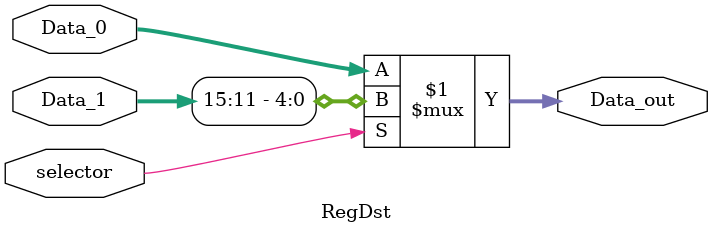
<source format=v>
module RegDst(
    input wire              selector,
    input wire      [4:0]  Data_0,
    input wire      [15:0]  Data_1,
    output wire     [4:0]  Data_out

);
    // 
    assign Data_out = (selector) ? Data_1[15:11] : Data_0;

endmodule

// completar esse mux depois!
</source>
